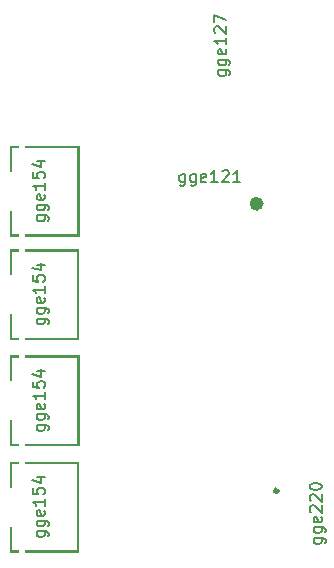
<source format=gbr>
%TF.GenerationSoftware,KiCad,Pcbnew,(6.0.8)*%
%TF.CreationDate,2022-12-08T15:17:31+02:00*%
%TF.ProjectId,Temperature Controller,54656d70-6572-4617-9475-726520436f6e,rev?*%
%TF.SameCoordinates,Original*%
%TF.FileFunction,Other,Comment*%
%FSLAX46Y46*%
G04 Gerber Fmt 4.6, Leading zero omitted, Abs format (unit mm)*
G04 Created by KiCad (PCBNEW (6.0.8)) date 2022-12-08 15:17:31*
%MOMM*%
%LPD*%
G01*
G04 APERTURE LIST*
%ADD10C,0.150000*%
%ADD11C,0.600000*%
%ADD12C,0.300000*%
G04 APERTURE END LIST*
D10*
%TO.C,J5*%
X143699714Y-63229238D02*
X144509238Y-63229238D01*
X144604476Y-63276857D01*
X144652095Y-63324476D01*
X144699714Y-63419714D01*
X144699714Y-63562571D01*
X144652095Y-63657809D01*
X144318761Y-63229238D02*
X144366380Y-63324476D01*
X144366380Y-63514952D01*
X144318761Y-63610190D01*
X144271142Y-63657809D01*
X144175904Y-63705428D01*
X143890190Y-63705428D01*
X143794952Y-63657809D01*
X143747333Y-63610190D01*
X143699714Y-63514952D01*
X143699714Y-63324476D01*
X143747333Y-63229238D01*
X143699714Y-62324476D02*
X144509238Y-62324476D01*
X144604476Y-62372095D01*
X144652095Y-62419714D01*
X144699714Y-62514952D01*
X144699714Y-62657809D01*
X144652095Y-62753047D01*
X144318761Y-62324476D02*
X144366380Y-62419714D01*
X144366380Y-62610190D01*
X144318761Y-62705428D01*
X144271142Y-62753047D01*
X144175904Y-62800666D01*
X143890190Y-62800666D01*
X143794952Y-62753047D01*
X143747333Y-62705428D01*
X143699714Y-62610190D01*
X143699714Y-62419714D01*
X143747333Y-62324476D01*
X144318761Y-61467333D02*
X144366380Y-61562571D01*
X144366380Y-61753047D01*
X144318761Y-61848285D01*
X144223523Y-61895904D01*
X143842571Y-61895904D01*
X143747333Y-61848285D01*
X143699714Y-61753047D01*
X143699714Y-61562571D01*
X143747333Y-61467333D01*
X143842571Y-61419714D01*
X143937809Y-61419714D01*
X144033047Y-61895904D01*
X144366380Y-60467333D02*
X144366380Y-61038761D01*
X144366380Y-60753047D02*
X143366380Y-60753047D01*
X143509238Y-60848285D01*
X143604476Y-60943523D01*
X143652095Y-61038761D01*
X143461619Y-60086380D02*
X143414000Y-60038761D01*
X143366380Y-59943523D01*
X143366380Y-59705428D01*
X143414000Y-59610190D01*
X143461619Y-59562571D01*
X143556857Y-59514952D01*
X143652095Y-59514952D01*
X143794952Y-59562571D01*
X144366380Y-60134000D01*
X144366380Y-59514952D01*
X143366380Y-59181619D02*
X143366380Y-58514952D01*
X144366380Y-58943523D01*
%TO.C,Q2*%
X140889884Y-72033838D02*
X140889884Y-72843362D01*
X140842265Y-72938600D01*
X140794646Y-72986219D01*
X140699408Y-73033838D01*
X140556551Y-73033838D01*
X140461313Y-72986219D01*
X140889884Y-72652885D02*
X140794646Y-72700504D01*
X140604170Y-72700504D01*
X140508932Y-72652885D01*
X140461313Y-72605266D01*
X140413694Y-72510028D01*
X140413694Y-72224314D01*
X140461313Y-72129076D01*
X140508932Y-72081457D01*
X140604170Y-72033838D01*
X140794646Y-72033838D01*
X140889884Y-72081457D01*
X141794646Y-72033838D02*
X141794646Y-72843362D01*
X141747027Y-72938600D01*
X141699408Y-72986219D01*
X141604170Y-73033838D01*
X141461313Y-73033838D01*
X141366075Y-72986219D01*
X141794646Y-72652885D02*
X141699408Y-72700504D01*
X141508932Y-72700504D01*
X141413694Y-72652885D01*
X141366075Y-72605266D01*
X141318456Y-72510028D01*
X141318456Y-72224314D01*
X141366075Y-72129076D01*
X141413694Y-72081457D01*
X141508932Y-72033838D01*
X141699408Y-72033838D01*
X141794646Y-72081457D01*
X142651789Y-72652885D02*
X142556551Y-72700504D01*
X142366075Y-72700504D01*
X142270837Y-72652885D01*
X142223218Y-72557647D01*
X142223218Y-72176695D01*
X142270837Y-72081457D01*
X142366075Y-72033838D01*
X142556551Y-72033838D01*
X142651789Y-72081457D01*
X142699408Y-72176695D01*
X142699408Y-72271933D01*
X142223218Y-72367171D01*
X143651789Y-72700504D02*
X143080361Y-72700504D01*
X143366075Y-72700504D02*
X143366075Y-71700504D01*
X143270837Y-71843362D01*
X143175599Y-71938600D01*
X143080361Y-71986219D01*
X144032742Y-71795743D02*
X144080361Y-71748124D01*
X144175599Y-71700504D01*
X144413694Y-71700504D01*
X144508932Y-71748124D01*
X144556551Y-71795743D01*
X144604170Y-71890981D01*
X144604170Y-71986219D01*
X144556551Y-72129076D01*
X143985123Y-72700504D01*
X144604170Y-72700504D01*
X145556551Y-72700504D02*
X144985123Y-72700504D01*
X145270837Y-72700504D02*
X145270837Y-71700504D01*
X145175599Y-71843362D01*
X145080361Y-71938600D01*
X144985123Y-71986219D01*
%TO.C,U1*%
X151785714Y-102845238D02*
X152595238Y-102845238D01*
X152690476Y-102892857D01*
X152738095Y-102940476D01*
X152785714Y-103035714D01*
X152785714Y-103178571D01*
X152738095Y-103273809D01*
X152404761Y-102845238D02*
X152452380Y-102940476D01*
X152452380Y-103130952D01*
X152404761Y-103226190D01*
X152357142Y-103273809D01*
X152261904Y-103321428D01*
X151976190Y-103321428D01*
X151880952Y-103273809D01*
X151833333Y-103226190D01*
X151785714Y-103130952D01*
X151785714Y-102940476D01*
X151833333Y-102845238D01*
X151785714Y-101940476D02*
X152595238Y-101940476D01*
X152690476Y-101988095D01*
X152738095Y-102035714D01*
X152785714Y-102130952D01*
X152785714Y-102273809D01*
X152738095Y-102369047D01*
X152404761Y-101940476D02*
X152452380Y-102035714D01*
X152452380Y-102226190D01*
X152404761Y-102321428D01*
X152357142Y-102369047D01*
X152261904Y-102416666D01*
X151976190Y-102416666D01*
X151880952Y-102369047D01*
X151833333Y-102321428D01*
X151785714Y-102226190D01*
X151785714Y-102035714D01*
X151833333Y-101940476D01*
X152404761Y-101083333D02*
X152452380Y-101178571D01*
X152452380Y-101369047D01*
X152404761Y-101464285D01*
X152309523Y-101511904D01*
X151928571Y-101511904D01*
X151833333Y-101464285D01*
X151785714Y-101369047D01*
X151785714Y-101178571D01*
X151833333Y-101083333D01*
X151928571Y-101035714D01*
X152023809Y-101035714D01*
X152119047Y-101511904D01*
X151547619Y-100654761D02*
X151500000Y-100607142D01*
X151452380Y-100511904D01*
X151452380Y-100273809D01*
X151500000Y-100178571D01*
X151547619Y-100130952D01*
X151642857Y-100083333D01*
X151738095Y-100083333D01*
X151880952Y-100130952D01*
X152452380Y-100702380D01*
X152452380Y-100083333D01*
X151547619Y-99702380D02*
X151500000Y-99654761D01*
X151452380Y-99559523D01*
X151452380Y-99321428D01*
X151500000Y-99226190D01*
X151547619Y-99178571D01*
X151642857Y-99130952D01*
X151738095Y-99130952D01*
X151880952Y-99178571D01*
X152452380Y-99750000D01*
X152452380Y-99130952D01*
X151452380Y-98511904D02*
X151452380Y-98416666D01*
X151500000Y-98321428D01*
X151547619Y-98273809D01*
X151642857Y-98226190D01*
X151833333Y-98178571D01*
X152071428Y-98178571D01*
X152261904Y-98226190D01*
X152357142Y-98273809D01*
X152404761Y-98321428D01*
X152452380Y-98416666D01*
X152452380Y-98511904D01*
X152404761Y-98607142D01*
X152357142Y-98654761D01*
X152261904Y-98702380D01*
X152071428Y-98750000D01*
X151833333Y-98750000D01*
X151642857Y-98702380D01*
X151547619Y-98654761D01*
X151500000Y-98607142D01*
X151452380Y-98511904D01*
%TO.C,J4*%
X128342713Y-75525238D02*
X129152237Y-75525238D01*
X129247475Y-75572857D01*
X129295094Y-75620476D01*
X129342713Y-75715714D01*
X129342713Y-75858571D01*
X129295094Y-75953809D01*
X128961760Y-75525238D02*
X129009379Y-75620476D01*
X129009379Y-75810952D01*
X128961760Y-75906190D01*
X128914141Y-75953809D01*
X128818903Y-76001428D01*
X128533189Y-76001428D01*
X128437951Y-75953809D01*
X128390332Y-75906190D01*
X128342713Y-75810952D01*
X128342713Y-75620476D01*
X128390332Y-75525238D01*
X128342713Y-74620476D02*
X129152237Y-74620476D01*
X129247475Y-74668095D01*
X129295094Y-74715714D01*
X129342713Y-74810952D01*
X129342713Y-74953809D01*
X129295094Y-75049047D01*
X128961760Y-74620476D02*
X129009379Y-74715714D01*
X129009379Y-74906190D01*
X128961760Y-75001428D01*
X128914141Y-75049047D01*
X128818903Y-75096666D01*
X128533189Y-75096666D01*
X128437951Y-75049047D01*
X128390332Y-75001428D01*
X128342713Y-74906190D01*
X128342713Y-74715714D01*
X128390332Y-74620476D01*
X128961760Y-73763333D02*
X129009379Y-73858571D01*
X129009379Y-74049047D01*
X128961760Y-74144285D01*
X128866522Y-74191904D01*
X128485570Y-74191904D01*
X128390332Y-74144285D01*
X128342713Y-74049047D01*
X128342713Y-73858571D01*
X128390332Y-73763333D01*
X128485570Y-73715714D01*
X128580808Y-73715714D01*
X128676046Y-74191904D01*
X129009379Y-72763333D02*
X129009379Y-73334761D01*
X129009379Y-73049047D02*
X128009379Y-73049047D01*
X128152237Y-73144285D01*
X128247475Y-73239523D01*
X128295094Y-73334761D01*
X128009379Y-71858571D02*
X128009379Y-72334761D01*
X128485570Y-72382380D01*
X128437951Y-72334761D01*
X128390332Y-72239523D01*
X128390332Y-72001428D01*
X128437951Y-71906190D01*
X128485570Y-71858571D01*
X128580808Y-71810952D01*
X128818903Y-71810952D01*
X128914141Y-71858571D01*
X128961760Y-71906190D01*
X129009379Y-72001428D01*
X129009379Y-72239523D01*
X128961760Y-72334761D01*
X128914141Y-72382380D01*
X128342713Y-70953809D02*
X129009379Y-70953809D01*
X127961760Y-71191904D02*
X128676046Y-71430000D01*
X128676046Y-70810952D01*
%TO.C,J3*%
X128332714Y-84275238D02*
X129142238Y-84275238D01*
X129237476Y-84322857D01*
X129285095Y-84370476D01*
X129332714Y-84465714D01*
X129332714Y-84608571D01*
X129285095Y-84703809D01*
X128951761Y-84275238D02*
X128999380Y-84370476D01*
X128999380Y-84560952D01*
X128951761Y-84656190D01*
X128904142Y-84703809D01*
X128808904Y-84751428D01*
X128523190Y-84751428D01*
X128427952Y-84703809D01*
X128380333Y-84656190D01*
X128332714Y-84560952D01*
X128332714Y-84370476D01*
X128380333Y-84275238D01*
X128332714Y-83370476D02*
X129142238Y-83370476D01*
X129237476Y-83418095D01*
X129285095Y-83465714D01*
X129332714Y-83560952D01*
X129332714Y-83703809D01*
X129285095Y-83799047D01*
X128951761Y-83370476D02*
X128999380Y-83465714D01*
X128999380Y-83656190D01*
X128951761Y-83751428D01*
X128904142Y-83799047D01*
X128808904Y-83846666D01*
X128523190Y-83846666D01*
X128427952Y-83799047D01*
X128380333Y-83751428D01*
X128332714Y-83656190D01*
X128332714Y-83465714D01*
X128380333Y-83370476D01*
X128951761Y-82513333D02*
X128999380Y-82608571D01*
X128999380Y-82799047D01*
X128951761Y-82894285D01*
X128856523Y-82941904D01*
X128475571Y-82941904D01*
X128380333Y-82894285D01*
X128332714Y-82799047D01*
X128332714Y-82608571D01*
X128380333Y-82513333D01*
X128475571Y-82465714D01*
X128570809Y-82465714D01*
X128666047Y-82941904D01*
X128999380Y-81513333D02*
X128999380Y-82084761D01*
X128999380Y-81799047D02*
X127999380Y-81799047D01*
X128142238Y-81894285D01*
X128237476Y-81989523D01*
X128285095Y-82084761D01*
X127999380Y-80608571D02*
X127999380Y-81084761D01*
X128475571Y-81132380D01*
X128427952Y-81084761D01*
X128380333Y-80989523D01*
X128380333Y-80751428D01*
X128427952Y-80656190D01*
X128475571Y-80608571D01*
X128570809Y-80560952D01*
X128808904Y-80560952D01*
X128904142Y-80608571D01*
X128951761Y-80656190D01*
X128999380Y-80751428D01*
X128999380Y-80989523D01*
X128951761Y-81084761D01*
X128904142Y-81132380D01*
X128332714Y-79703809D02*
X128999380Y-79703809D01*
X127951761Y-79941904D02*
X128666047Y-80180000D01*
X128666047Y-79560952D01*
%TO.C,J1*%
X128332714Y-102275238D02*
X129142238Y-102275238D01*
X129237476Y-102322857D01*
X129285095Y-102370476D01*
X129332714Y-102465714D01*
X129332714Y-102608571D01*
X129285095Y-102703809D01*
X128951761Y-102275238D02*
X128999380Y-102370476D01*
X128999380Y-102560952D01*
X128951761Y-102656190D01*
X128904142Y-102703809D01*
X128808904Y-102751428D01*
X128523190Y-102751428D01*
X128427952Y-102703809D01*
X128380333Y-102656190D01*
X128332714Y-102560952D01*
X128332714Y-102370476D01*
X128380333Y-102275238D01*
X128332714Y-101370476D02*
X129142238Y-101370476D01*
X129237476Y-101418095D01*
X129285095Y-101465714D01*
X129332714Y-101560952D01*
X129332714Y-101703809D01*
X129285095Y-101799047D01*
X128951761Y-101370476D02*
X128999380Y-101465714D01*
X128999380Y-101656190D01*
X128951761Y-101751428D01*
X128904142Y-101799047D01*
X128808904Y-101846666D01*
X128523190Y-101846666D01*
X128427952Y-101799047D01*
X128380333Y-101751428D01*
X128332714Y-101656190D01*
X128332714Y-101465714D01*
X128380333Y-101370476D01*
X128951761Y-100513333D02*
X128999380Y-100608571D01*
X128999380Y-100799047D01*
X128951761Y-100894285D01*
X128856523Y-100941904D01*
X128475571Y-100941904D01*
X128380333Y-100894285D01*
X128332714Y-100799047D01*
X128332714Y-100608571D01*
X128380333Y-100513333D01*
X128475571Y-100465714D01*
X128570809Y-100465714D01*
X128666047Y-100941904D01*
X128999380Y-99513333D02*
X128999380Y-100084761D01*
X128999380Y-99799047D02*
X127999380Y-99799047D01*
X128142238Y-99894285D01*
X128237476Y-99989523D01*
X128285095Y-100084761D01*
X127999380Y-98608571D02*
X127999380Y-99084761D01*
X128475571Y-99132380D01*
X128427952Y-99084761D01*
X128380333Y-98989523D01*
X128380333Y-98751428D01*
X128427952Y-98656190D01*
X128475571Y-98608571D01*
X128570809Y-98560952D01*
X128808904Y-98560952D01*
X128904142Y-98608571D01*
X128951761Y-98656190D01*
X128999380Y-98751428D01*
X128999380Y-98989523D01*
X128951761Y-99084761D01*
X128904142Y-99132380D01*
X128332714Y-97703809D02*
X128999380Y-97703809D01*
X127951761Y-97941904D02*
X128666047Y-98180000D01*
X128666047Y-97560952D01*
%TO.C,J2*%
X128342713Y-93275238D02*
X129152237Y-93275238D01*
X129247475Y-93322857D01*
X129295094Y-93370476D01*
X129342713Y-93465714D01*
X129342713Y-93608571D01*
X129295094Y-93703809D01*
X128961760Y-93275238D02*
X129009379Y-93370476D01*
X129009379Y-93560952D01*
X128961760Y-93656190D01*
X128914141Y-93703809D01*
X128818903Y-93751428D01*
X128533189Y-93751428D01*
X128437951Y-93703809D01*
X128390332Y-93656190D01*
X128342713Y-93560952D01*
X128342713Y-93370476D01*
X128390332Y-93275238D01*
X128342713Y-92370476D02*
X129152237Y-92370476D01*
X129247475Y-92418095D01*
X129295094Y-92465714D01*
X129342713Y-92560952D01*
X129342713Y-92703809D01*
X129295094Y-92799047D01*
X128961760Y-92370476D02*
X129009379Y-92465714D01*
X129009379Y-92656190D01*
X128961760Y-92751428D01*
X128914141Y-92799047D01*
X128818903Y-92846666D01*
X128533189Y-92846666D01*
X128437951Y-92799047D01*
X128390332Y-92751428D01*
X128342713Y-92656190D01*
X128342713Y-92465714D01*
X128390332Y-92370476D01*
X128961760Y-91513333D02*
X129009379Y-91608571D01*
X129009379Y-91799047D01*
X128961760Y-91894285D01*
X128866522Y-91941904D01*
X128485570Y-91941904D01*
X128390332Y-91894285D01*
X128342713Y-91799047D01*
X128342713Y-91608571D01*
X128390332Y-91513333D01*
X128485570Y-91465714D01*
X128580808Y-91465714D01*
X128676046Y-91941904D01*
X129009379Y-90513333D02*
X129009379Y-91084761D01*
X129009379Y-90799047D02*
X128009379Y-90799047D01*
X128152237Y-90894285D01*
X128247475Y-90989523D01*
X128295094Y-91084761D01*
X128009379Y-89608571D02*
X128009379Y-90084761D01*
X128485570Y-90132380D01*
X128437951Y-90084761D01*
X128390332Y-89989523D01*
X128390332Y-89751428D01*
X128437951Y-89656190D01*
X128485570Y-89608571D01*
X128580808Y-89560952D01*
X128818903Y-89560952D01*
X128914141Y-89608571D01*
X128961760Y-89656190D01*
X129009379Y-89751428D01*
X129009379Y-89989523D01*
X128961760Y-90084761D01*
X128914141Y-90132380D01*
X128342713Y-88703809D02*
X129009379Y-88703809D01*
X127961760Y-88941904D02*
X128676046Y-89180000D01*
X128676046Y-88560952D01*
D11*
%TO.C,Q2*%
X147247123Y-74534124D02*
G75*
G03*
X147247123Y-74534124I-300000J0D01*
G01*
D12*
%TO.C,U1*%
X148750000Y-98845000D02*
G75*
G03*
X148750000Y-98845000I-150000J0D01*
G01*
%TO.C,J4*%
G36*
X131956999Y-77330000D02*
G01*
X127356999Y-77330000D01*
X127356999Y-77130000D01*
X131756999Y-77130000D01*
X131756999Y-69830000D01*
X127356999Y-69830000D01*
X127356999Y-69630000D01*
X131956999Y-69630000D01*
X131956999Y-77330000D01*
G37*
G36*
X126256999Y-77130000D02*
G01*
X126856999Y-77130000D01*
X126856999Y-77330000D01*
X126056999Y-77330000D01*
X126056999Y-75130000D01*
X126256999Y-75130000D01*
X126256999Y-77130000D01*
G37*
G36*
X126856999Y-69830000D02*
G01*
X126256999Y-69830000D01*
X126256999Y-71830000D01*
X126056999Y-71830000D01*
X126056999Y-69630000D01*
X126856999Y-69630000D01*
X126856999Y-69830000D01*
G37*
%TO.C,J3*%
G36*
X126247000Y-85880000D02*
G01*
X126847000Y-85880000D01*
X126847000Y-86080000D01*
X126047000Y-86080000D01*
X126047000Y-83880000D01*
X126247000Y-83880000D01*
X126247000Y-85880000D01*
G37*
G36*
X126847000Y-78580000D02*
G01*
X126247000Y-78580000D01*
X126247000Y-80580000D01*
X126047000Y-80580000D01*
X126047000Y-78380000D01*
X126847000Y-78380000D01*
X126847000Y-78580000D01*
G37*
G36*
X131947000Y-86080000D02*
G01*
X127347000Y-86080000D01*
X127347000Y-85880000D01*
X131747000Y-85880000D01*
X131747000Y-78580000D01*
X127347000Y-78580000D01*
X127347000Y-78380000D01*
X131947000Y-78380000D01*
X131947000Y-86080000D01*
G37*
%TO.C,J1*%
G36*
X131947000Y-104080000D02*
G01*
X127347000Y-104080000D01*
X127347000Y-103880000D01*
X131747000Y-103880000D01*
X131747000Y-96580000D01*
X127347000Y-96580000D01*
X127347000Y-96380000D01*
X131947000Y-96380000D01*
X131947000Y-104080000D01*
G37*
G36*
X126247000Y-103880000D02*
G01*
X126847000Y-103880000D01*
X126847000Y-104080000D01*
X126047000Y-104080000D01*
X126047000Y-101880000D01*
X126247000Y-101880000D01*
X126247000Y-103880000D01*
G37*
G36*
X126847000Y-96580000D02*
G01*
X126247000Y-96580000D01*
X126247000Y-98580000D01*
X126047000Y-98580000D01*
X126047000Y-96380000D01*
X126847000Y-96380000D01*
X126847000Y-96580000D01*
G37*
%TO.C,J2*%
G36*
X131956999Y-95080000D02*
G01*
X127356999Y-95080000D01*
X127356999Y-94880000D01*
X131756999Y-94880000D01*
X131756999Y-87580000D01*
X127356999Y-87580000D01*
X127356999Y-87380000D01*
X131956999Y-87380000D01*
X131956999Y-95080000D01*
G37*
G36*
X126256999Y-94880000D02*
G01*
X126856999Y-94880000D01*
X126856999Y-95080000D01*
X126056999Y-95080000D01*
X126056999Y-92880000D01*
X126256999Y-92880000D01*
X126256999Y-94880000D01*
G37*
G36*
X126856999Y-87580000D02*
G01*
X126256999Y-87580000D01*
X126256999Y-89580000D01*
X126056999Y-89580000D01*
X126056999Y-87380000D01*
X126856999Y-87380000D01*
X126856999Y-87580000D01*
G37*
%TD*%
M02*

</source>
